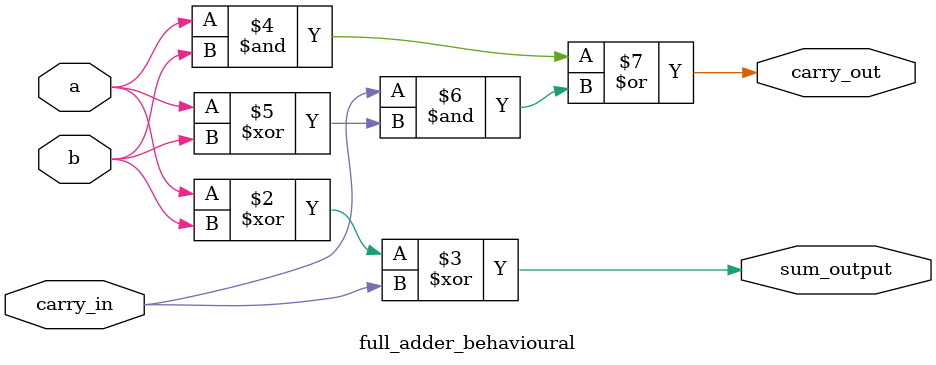
<source format=v>
module full_adder_behavioural (
    input a,
    input b,
    input carry_in,
    output sum_output,
    output carry_out
);


reg sum_output;
reg carry_out;

always @(*) begin

    sum_output = a ^ b ^ carry_in;

    carry_out = (a & b) | (carry_in & (a ^ b));
end

endmodule


</source>
